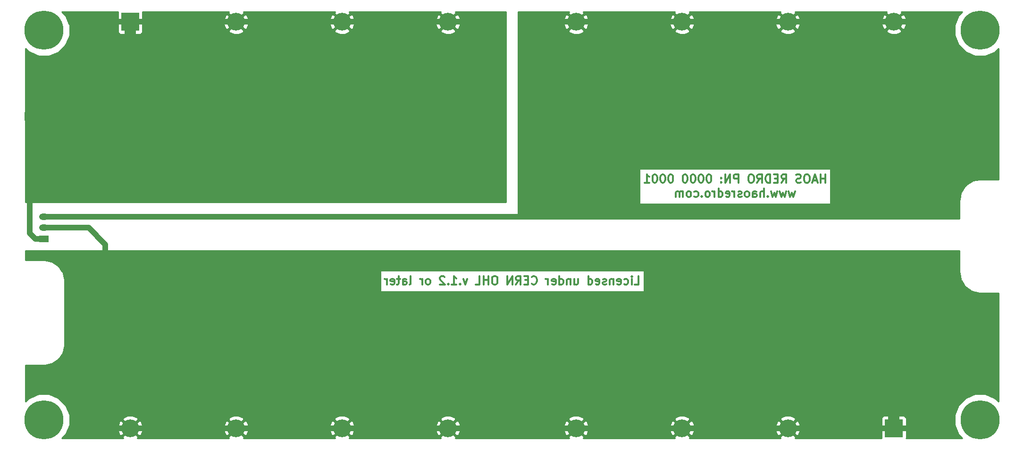
<source format=gbr>
G04 #@! TF.FileFunction,Copper,L2,Bot,Signal*
%FSLAX46Y46*%
G04 Gerber Fmt 4.6, Leading zero omitted, Abs format (unit mm)*
G04 Created by KiCad (PCBNEW 4.0.6) date 04/26/18 16:11:40*
%MOMM*%
%LPD*%
G01*
G04 APERTURE LIST*
%ADD10C,0.100000*%
%ADD11C,0.300000*%
%ADD12R,3.200000X3.200000*%
%ADD13C,3.200000*%
%ADD14R,1.700000X1.200000*%
%ADD15O,1.700000X1.200000*%
%ADD16C,7.000000*%
%ADD17C,2.000000*%
%ADD18C,1.000000*%
%ADD19C,0.254000*%
G04 APERTURE END LIST*
D10*
D11*
X169964285Y-110678571D02*
X170678571Y-110678571D01*
X170678571Y-109178571D01*
X169464285Y-110678571D02*
X169464285Y-109678571D01*
X169464285Y-109178571D02*
X169535714Y-109250000D01*
X169464285Y-109321429D01*
X169392857Y-109250000D01*
X169464285Y-109178571D01*
X169464285Y-109321429D01*
X168107142Y-110607143D02*
X168249999Y-110678571D01*
X168535713Y-110678571D01*
X168678571Y-110607143D01*
X168749999Y-110535714D01*
X168821428Y-110392857D01*
X168821428Y-109964286D01*
X168749999Y-109821429D01*
X168678571Y-109750000D01*
X168535713Y-109678571D01*
X168249999Y-109678571D01*
X168107142Y-109750000D01*
X166892857Y-110607143D02*
X167035714Y-110678571D01*
X167321428Y-110678571D01*
X167464285Y-110607143D01*
X167535714Y-110464286D01*
X167535714Y-109892857D01*
X167464285Y-109750000D01*
X167321428Y-109678571D01*
X167035714Y-109678571D01*
X166892857Y-109750000D01*
X166821428Y-109892857D01*
X166821428Y-110035714D01*
X167535714Y-110178571D01*
X166178571Y-109678571D02*
X166178571Y-110678571D01*
X166178571Y-109821429D02*
X166107143Y-109750000D01*
X165964285Y-109678571D01*
X165750000Y-109678571D01*
X165607143Y-109750000D01*
X165535714Y-109892857D01*
X165535714Y-110678571D01*
X164892857Y-110607143D02*
X164750000Y-110678571D01*
X164464285Y-110678571D01*
X164321428Y-110607143D01*
X164250000Y-110464286D01*
X164250000Y-110392857D01*
X164321428Y-110250000D01*
X164464285Y-110178571D01*
X164678571Y-110178571D01*
X164821428Y-110107143D01*
X164892857Y-109964286D01*
X164892857Y-109892857D01*
X164821428Y-109750000D01*
X164678571Y-109678571D01*
X164464285Y-109678571D01*
X164321428Y-109750000D01*
X163035714Y-110607143D02*
X163178571Y-110678571D01*
X163464285Y-110678571D01*
X163607142Y-110607143D01*
X163678571Y-110464286D01*
X163678571Y-109892857D01*
X163607142Y-109750000D01*
X163464285Y-109678571D01*
X163178571Y-109678571D01*
X163035714Y-109750000D01*
X162964285Y-109892857D01*
X162964285Y-110035714D01*
X163678571Y-110178571D01*
X161678571Y-110678571D02*
X161678571Y-109178571D01*
X161678571Y-110607143D02*
X161821428Y-110678571D01*
X162107142Y-110678571D01*
X162250000Y-110607143D01*
X162321428Y-110535714D01*
X162392857Y-110392857D01*
X162392857Y-109964286D01*
X162321428Y-109821429D01*
X162250000Y-109750000D01*
X162107142Y-109678571D01*
X161821428Y-109678571D01*
X161678571Y-109750000D01*
X159178571Y-109678571D02*
X159178571Y-110678571D01*
X159821428Y-109678571D02*
X159821428Y-110464286D01*
X159750000Y-110607143D01*
X159607142Y-110678571D01*
X159392857Y-110678571D01*
X159250000Y-110607143D01*
X159178571Y-110535714D01*
X158464285Y-109678571D02*
X158464285Y-110678571D01*
X158464285Y-109821429D02*
X158392857Y-109750000D01*
X158249999Y-109678571D01*
X158035714Y-109678571D01*
X157892857Y-109750000D01*
X157821428Y-109892857D01*
X157821428Y-110678571D01*
X156464285Y-110678571D02*
X156464285Y-109178571D01*
X156464285Y-110607143D02*
X156607142Y-110678571D01*
X156892856Y-110678571D01*
X157035714Y-110607143D01*
X157107142Y-110535714D01*
X157178571Y-110392857D01*
X157178571Y-109964286D01*
X157107142Y-109821429D01*
X157035714Y-109750000D01*
X156892856Y-109678571D01*
X156607142Y-109678571D01*
X156464285Y-109750000D01*
X155178571Y-110607143D02*
X155321428Y-110678571D01*
X155607142Y-110678571D01*
X155749999Y-110607143D01*
X155821428Y-110464286D01*
X155821428Y-109892857D01*
X155749999Y-109750000D01*
X155607142Y-109678571D01*
X155321428Y-109678571D01*
X155178571Y-109750000D01*
X155107142Y-109892857D01*
X155107142Y-110035714D01*
X155821428Y-110178571D01*
X154464285Y-110678571D02*
X154464285Y-109678571D01*
X154464285Y-109964286D02*
X154392857Y-109821429D01*
X154321428Y-109750000D01*
X154178571Y-109678571D01*
X154035714Y-109678571D01*
X151535714Y-110535714D02*
X151607143Y-110607143D01*
X151821429Y-110678571D01*
X151964286Y-110678571D01*
X152178571Y-110607143D01*
X152321429Y-110464286D01*
X152392857Y-110321429D01*
X152464286Y-110035714D01*
X152464286Y-109821429D01*
X152392857Y-109535714D01*
X152321429Y-109392857D01*
X152178571Y-109250000D01*
X151964286Y-109178571D01*
X151821429Y-109178571D01*
X151607143Y-109250000D01*
X151535714Y-109321429D01*
X150892857Y-109892857D02*
X150392857Y-109892857D01*
X150178571Y-110678571D02*
X150892857Y-110678571D01*
X150892857Y-109178571D01*
X150178571Y-109178571D01*
X148678571Y-110678571D02*
X149178571Y-109964286D01*
X149535714Y-110678571D02*
X149535714Y-109178571D01*
X148964286Y-109178571D01*
X148821428Y-109250000D01*
X148750000Y-109321429D01*
X148678571Y-109464286D01*
X148678571Y-109678571D01*
X148750000Y-109821429D01*
X148821428Y-109892857D01*
X148964286Y-109964286D01*
X149535714Y-109964286D01*
X148035714Y-110678571D02*
X148035714Y-109178571D01*
X147178571Y-110678571D01*
X147178571Y-109178571D01*
X145035714Y-109178571D02*
X144750000Y-109178571D01*
X144607142Y-109250000D01*
X144464285Y-109392857D01*
X144392857Y-109678571D01*
X144392857Y-110178571D01*
X144464285Y-110464286D01*
X144607142Y-110607143D01*
X144750000Y-110678571D01*
X145035714Y-110678571D01*
X145178571Y-110607143D01*
X145321428Y-110464286D01*
X145392857Y-110178571D01*
X145392857Y-109678571D01*
X145321428Y-109392857D01*
X145178571Y-109250000D01*
X145035714Y-109178571D01*
X143749999Y-110678571D02*
X143749999Y-109178571D01*
X143749999Y-109892857D02*
X142892856Y-109892857D01*
X142892856Y-110678571D02*
X142892856Y-109178571D01*
X141464284Y-110678571D02*
X142178570Y-110678571D01*
X142178570Y-109178571D01*
X139964284Y-109678571D02*
X139607141Y-110678571D01*
X139249999Y-109678571D01*
X138678570Y-110535714D02*
X138607142Y-110607143D01*
X138678570Y-110678571D01*
X138749999Y-110607143D01*
X138678570Y-110535714D01*
X138678570Y-110678571D01*
X137178570Y-110678571D02*
X138035713Y-110678571D01*
X137607141Y-110678571D02*
X137607141Y-109178571D01*
X137749998Y-109392857D01*
X137892856Y-109535714D01*
X138035713Y-109607143D01*
X136535713Y-110535714D02*
X136464285Y-110607143D01*
X136535713Y-110678571D01*
X136607142Y-110607143D01*
X136535713Y-110535714D01*
X136535713Y-110678571D01*
X135892856Y-109321429D02*
X135821427Y-109250000D01*
X135678570Y-109178571D01*
X135321427Y-109178571D01*
X135178570Y-109250000D01*
X135107141Y-109321429D01*
X135035713Y-109464286D01*
X135035713Y-109607143D01*
X135107141Y-109821429D01*
X135964284Y-110678571D01*
X135035713Y-110678571D01*
X133035713Y-110678571D02*
X133178571Y-110607143D01*
X133249999Y-110535714D01*
X133321428Y-110392857D01*
X133321428Y-109964286D01*
X133249999Y-109821429D01*
X133178571Y-109750000D01*
X133035713Y-109678571D01*
X132821428Y-109678571D01*
X132678571Y-109750000D01*
X132607142Y-109821429D01*
X132535713Y-109964286D01*
X132535713Y-110392857D01*
X132607142Y-110535714D01*
X132678571Y-110607143D01*
X132821428Y-110678571D01*
X133035713Y-110678571D01*
X131892856Y-110678571D02*
X131892856Y-109678571D01*
X131892856Y-109964286D02*
X131821428Y-109821429D01*
X131749999Y-109750000D01*
X131607142Y-109678571D01*
X131464285Y-109678571D01*
X129607142Y-110678571D02*
X129750000Y-110607143D01*
X129821428Y-110464286D01*
X129821428Y-109178571D01*
X128392857Y-110678571D02*
X128392857Y-109892857D01*
X128464286Y-109750000D01*
X128607143Y-109678571D01*
X128892857Y-109678571D01*
X129035714Y-109750000D01*
X128392857Y-110607143D02*
X128535714Y-110678571D01*
X128892857Y-110678571D01*
X129035714Y-110607143D01*
X129107143Y-110464286D01*
X129107143Y-110321429D01*
X129035714Y-110178571D01*
X128892857Y-110107143D01*
X128535714Y-110107143D01*
X128392857Y-110035714D01*
X127892857Y-109678571D02*
X127321428Y-109678571D01*
X127678571Y-109178571D02*
X127678571Y-110464286D01*
X127607143Y-110607143D01*
X127464285Y-110678571D01*
X127321428Y-110678571D01*
X126250000Y-110607143D02*
X126392857Y-110678571D01*
X126678571Y-110678571D01*
X126821428Y-110607143D01*
X126892857Y-110464286D01*
X126892857Y-109892857D01*
X126821428Y-109750000D01*
X126678571Y-109678571D01*
X126392857Y-109678571D01*
X126250000Y-109750000D01*
X126178571Y-109892857D01*
X126178571Y-110035714D01*
X126892857Y-110178571D01*
X125535714Y-110678571D02*
X125535714Y-109678571D01*
X125535714Y-109964286D02*
X125464286Y-109821429D01*
X125392857Y-109750000D01*
X125250000Y-109678571D01*
X125107143Y-109678571D01*
X204178570Y-92403571D02*
X204178570Y-90903571D01*
X204178570Y-91617857D02*
X203321427Y-91617857D01*
X203321427Y-92403571D02*
X203321427Y-90903571D01*
X202678570Y-91975000D02*
X201964284Y-91975000D01*
X202821427Y-92403571D02*
X202321427Y-90903571D01*
X201821427Y-92403571D01*
X201035713Y-90903571D02*
X200749999Y-90903571D01*
X200607141Y-90975000D01*
X200464284Y-91117857D01*
X200392856Y-91403571D01*
X200392856Y-91903571D01*
X200464284Y-92189286D01*
X200607141Y-92332143D01*
X200749999Y-92403571D01*
X201035713Y-92403571D01*
X201178570Y-92332143D01*
X201321427Y-92189286D01*
X201392856Y-91903571D01*
X201392856Y-91403571D01*
X201321427Y-91117857D01*
X201178570Y-90975000D01*
X201035713Y-90903571D01*
X199821427Y-92332143D02*
X199607141Y-92403571D01*
X199249998Y-92403571D01*
X199107141Y-92332143D01*
X199035712Y-92260714D01*
X198964284Y-92117857D01*
X198964284Y-91975000D01*
X199035712Y-91832143D01*
X199107141Y-91760714D01*
X199249998Y-91689286D01*
X199535712Y-91617857D01*
X199678570Y-91546429D01*
X199749998Y-91475000D01*
X199821427Y-91332143D01*
X199821427Y-91189286D01*
X199749998Y-91046429D01*
X199678570Y-90975000D01*
X199535712Y-90903571D01*
X199178570Y-90903571D01*
X198964284Y-90975000D01*
X196321427Y-92403571D02*
X196821427Y-91689286D01*
X197178570Y-92403571D02*
X197178570Y-90903571D01*
X196607142Y-90903571D01*
X196464284Y-90975000D01*
X196392856Y-91046429D01*
X196321427Y-91189286D01*
X196321427Y-91403571D01*
X196392856Y-91546429D01*
X196464284Y-91617857D01*
X196607142Y-91689286D01*
X197178570Y-91689286D01*
X195678570Y-91617857D02*
X195178570Y-91617857D01*
X194964284Y-92403571D02*
X195678570Y-92403571D01*
X195678570Y-90903571D01*
X194964284Y-90903571D01*
X194321427Y-92403571D02*
X194321427Y-90903571D01*
X193964284Y-90903571D01*
X193749999Y-90975000D01*
X193607141Y-91117857D01*
X193535713Y-91260714D01*
X193464284Y-91546429D01*
X193464284Y-91760714D01*
X193535713Y-92046429D01*
X193607141Y-92189286D01*
X193749999Y-92332143D01*
X193964284Y-92403571D01*
X194321427Y-92403571D01*
X191964284Y-92403571D02*
X192464284Y-91689286D01*
X192821427Y-92403571D02*
X192821427Y-90903571D01*
X192249999Y-90903571D01*
X192107141Y-90975000D01*
X192035713Y-91046429D01*
X191964284Y-91189286D01*
X191964284Y-91403571D01*
X192035713Y-91546429D01*
X192107141Y-91617857D01*
X192249999Y-91689286D01*
X192821427Y-91689286D01*
X191035713Y-90903571D02*
X190749999Y-90903571D01*
X190607141Y-90975000D01*
X190464284Y-91117857D01*
X190392856Y-91403571D01*
X190392856Y-91903571D01*
X190464284Y-92189286D01*
X190607141Y-92332143D01*
X190749999Y-92403571D01*
X191035713Y-92403571D01*
X191178570Y-92332143D01*
X191321427Y-92189286D01*
X191392856Y-91903571D01*
X191392856Y-91403571D01*
X191321427Y-91117857D01*
X191178570Y-90975000D01*
X191035713Y-90903571D01*
X188607141Y-92403571D02*
X188607141Y-90903571D01*
X188035713Y-90903571D01*
X187892855Y-90975000D01*
X187821427Y-91046429D01*
X187749998Y-91189286D01*
X187749998Y-91403571D01*
X187821427Y-91546429D01*
X187892855Y-91617857D01*
X188035713Y-91689286D01*
X188607141Y-91689286D01*
X187107141Y-92403571D02*
X187107141Y-90903571D01*
X186249998Y-92403571D01*
X186249998Y-90903571D01*
X185535712Y-92260714D02*
X185464284Y-92332143D01*
X185535712Y-92403571D01*
X185607141Y-92332143D01*
X185535712Y-92260714D01*
X185535712Y-92403571D01*
X185535712Y-91475000D02*
X185464284Y-91546429D01*
X185535712Y-91617857D01*
X185607141Y-91546429D01*
X185535712Y-91475000D01*
X185535712Y-91617857D01*
X183392855Y-90903571D02*
X183249998Y-90903571D01*
X183107141Y-90975000D01*
X183035712Y-91046429D01*
X182964283Y-91189286D01*
X182892855Y-91475000D01*
X182892855Y-91832143D01*
X182964283Y-92117857D01*
X183035712Y-92260714D01*
X183107141Y-92332143D01*
X183249998Y-92403571D01*
X183392855Y-92403571D01*
X183535712Y-92332143D01*
X183607141Y-92260714D01*
X183678569Y-92117857D01*
X183749998Y-91832143D01*
X183749998Y-91475000D01*
X183678569Y-91189286D01*
X183607141Y-91046429D01*
X183535712Y-90975000D01*
X183392855Y-90903571D01*
X181964284Y-90903571D02*
X181821427Y-90903571D01*
X181678570Y-90975000D01*
X181607141Y-91046429D01*
X181535712Y-91189286D01*
X181464284Y-91475000D01*
X181464284Y-91832143D01*
X181535712Y-92117857D01*
X181607141Y-92260714D01*
X181678570Y-92332143D01*
X181821427Y-92403571D01*
X181964284Y-92403571D01*
X182107141Y-92332143D01*
X182178570Y-92260714D01*
X182249998Y-92117857D01*
X182321427Y-91832143D01*
X182321427Y-91475000D01*
X182249998Y-91189286D01*
X182178570Y-91046429D01*
X182107141Y-90975000D01*
X181964284Y-90903571D01*
X180535713Y-90903571D02*
X180392856Y-90903571D01*
X180249999Y-90975000D01*
X180178570Y-91046429D01*
X180107141Y-91189286D01*
X180035713Y-91475000D01*
X180035713Y-91832143D01*
X180107141Y-92117857D01*
X180178570Y-92260714D01*
X180249999Y-92332143D01*
X180392856Y-92403571D01*
X180535713Y-92403571D01*
X180678570Y-92332143D01*
X180749999Y-92260714D01*
X180821427Y-92117857D01*
X180892856Y-91832143D01*
X180892856Y-91475000D01*
X180821427Y-91189286D01*
X180749999Y-91046429D01*
X180678570Y-90975000D01*
X180535713Y-90903571D01*
X179107142Y-90903571D02*
X178964285Y-90903571D01*
X178821428Y-90975000D01*
X178749999Y-91046429D01*
X178678570Y-91189286D01*
X178607142Y-91475000D01*
X178607142Y-91832143D01*
X178678570Y-92117857D01*
X178749999Y-92260714D01*
X178821428Y-92332143D01*
X178964285Y-92403571D01*
X179107142Y-92403571D01*
X179249999Y-92332143D01*
X179321428Y-92260714D01*
X179392856Y-92117857D01*
X179464285Y-91832143D01*
X179464285Y-91475000D01*
X179392856Y-91189286D01*
X179321428Y-91046429D01*
X179249999Y-90975000D01*
X179107142Y-90903571D01*
X176535714Y-90903571D02*
X176392857Y-90903571D01*
X176250000Y-90975000D01*
X176178571Y-91046429D01*
X176107142Y-91189286D01*
X176035714Y-91475000D01*
X176035714Y-91832143D01*
X176107142Y-92117857D01*
X176178571Y-92260714D01*
X176250000Y-92332143D01*
X176392857Y-92403571D01*
X176535714Y-92403571D01*
X176678571Y-92332143D01*
X176750000Y-92260714D01*
X176821428Y-92117857D01*
X176892857Y-91832143D01*
X176892857Y-91475000D01*
X176821428Y-91189286D01*
X176750000Y-91046429D01*
X176678571Y-90975000D01*
X176535714Y-90903571D01*
X175107143Y-90903571D02*
X174964286Y-90903571D01*
X174821429Y-90975000D01*
X174750000Y-91046429D01*
X174678571Y-91189286D01*
X174607143Y-91475000D01*
X174607143Y-91832143D01*
X174678571Y-92117857D01*
X174750000Y-92260714D01*
X174821429Y-92332143D01*
X174964286Y-92403571D01*
X175107143Y-92403571D01*
X175250000Y-92332143D01*
X175321429Y-92260714D01*
X175392857Y-92117857D01*
X175464286Y-91832143D01*
X175464286Y-91475000D01*
X175392857Y-91189286D01*
X175321429Y-91046429D01*
X175250000Y-90975000D01*
X175107143Y-90903571D01*
X173678572Y-90903571D02*
X173535715Y-90903571D01*
X173392858Y-90975000D01*
X173321429Y-91046429D01*
X173250000Y-91189286D01*
X173178572Y-91475000D01*
X173178572Y-91832143D01*
X173250000Y-92117857D01*
X173321429Y-92260714D01*
X173392858Y-92332143D01*
X173535715Y-92403571D01*
X173678572Y-92403571D01*
X173821429Y-92332143D01*
X173892858Y-92260714D01*
X173964286Y-92117857D01*
X174035715Y-91832143D01*
X174035715Y-91475000D01*
X173964286Y-91189286D01*
X173892858Y-91046429D01*
X173821429Y-90975000D01*
X173678572Y-90903571D01*
X171750001Y-92403571D02*
X172607144Y-92403571D01*
X172178572Y-92403571D02*
X172178572Y-90903571D01*
X172321429Y-91117857D01*
X172464287Y-91260714D01*
X172607144Y-91332143D01*
X198750000Y-93953571D02*
X198464286Y-94953571D01*
X198178572Y-94239286D01*
X197892857Y-94953571D01*
X197607143Y-93953571D01*
X197178571Y-93953571D02*
X196892857Y-94953571D01*
X196607143Y-94239286D01*
X196321428Y-94953571D01*
X196035714Y-93953571D01*
X195607142Y-93953571D02*
X195321428Y-94953571D01*
X195035714Y-94239286D01*
X194749999Y-94953571D01*
X194464285Y-93953571D01*
X193892856Y-94810714D02*
X193821428Y-94882143D01*
X193892856Y-94953571D01*
X193964285Y-94882143D01*
X193892856Y-94810714D01*
X193892856Y-94953571D01*
X193178570Y-94953571D02*
X193178570Y-93453571D01*
X192535713Y-94953571D02*
X192535713Y-94167857D01*
X192607142Y-94025000D01*
X192749999Y-93953571D01*
X192964284Y-93953571D01*
X193107142Y-94025000D01*
X193178570Y-94096429D01*
X191178570Y-94953571D02*
X191178570Y-94167857D01*
X191249999Y-94025000D01*
X191392856Y-93953571D01*
X191678570Y-93953571D01*
X191821427Y-94025000D01*
X191178570Y-94882143D02*
X191321427Y-94953571D01*
X191678570Y-94953571D01*
X191821427Y-94882143D01*
X191892856Y-94739286D01*
X191892856Y-94596429D01*
X191821427Y-94453571D01*
X191678570Y-94382143D01*
X191321427Y-94382143D01*
X191178570Y-94310714D01*
X190249998Y-94953571D02*
X190392856Y-94882143D01*
X190464284Y-94810714D01*
X190535713Y-94667857D01*
X190535713Y-94239286D01*
X190464284Y-94096429D01*
X190392856Y-94025000D01*
X190249998Y-93953571D01*
X190035713Y-93953571D01*
X189892856Y-94025000D01*
X189821427Y-94096429D01*
X189749998Y-94239286D01*
X189749998Y-94667857D01*
X189821427Y-94810714D01*
X189892856Y-94882143D01*
X190035713Y-94953571D01*
X190249998Y-94953571D01*
X189178570Y-94882143D02*
X189035713Y-94953571D01*
X188749998Y-94953571D01*
X188607141Y-94882143D01*
X188535713Y-94739286D01*
X188535713Y-94667857D01*
X188607141Y-94525000D01*
X188749998Y-94453571D01*
X188964284Y-94453571D01*
X189107141Y-94382143D01*
X189178570Y-94239286D01*
X189178570Y-94167857D01*
X189107141Y-94025000D01*
X188964284Y-93953571D01*
X188749998Y-93953571D01*
X188607141Y-94025000D01*
X187892855Y-94953571D02*
X187892855Y-93953571D01*
X187892855Y-94239286D02*
X187821427Y-94096429D01*
X187749998Y-94025000D01*
X187607141Y-93953571D01*
X187464284Y-93953571D01*
X186392856Y-94882143D02*
X186535713Y-94953571D01*
X186821427Y-94953571D01*
X186964284Y-94882143D01*
X187035713Y-94739286D01*
X187035713Y-94167857D01*
X186964284Y-94025000D01*
X186821427Y-93953571D01*
X186535713Y-93953571D01*
X186392856Y-94025000D01*
X186321427Y-94167857D01*
X186321427Y-94310714D01*
X187035713Y-94453571D01*
X185035713Y-94953571D02*
X185035713Y-93453571D01*
X185035713Y-94882143D02*
X185178570Y-94953571D01*
X185464284Y-94953571D01*
X185607142Y-94882143D01*
X185678570Y-94810714D01*
X185749999Y-94667857D01*
X185749999Y-94239286D01*
X185678570Y-94096429D01*
X185607142Y-94025000D01*
X185464284Y-93953571D01*
X185178570Y-93953571D01*
X185035713Y-94025000D01*
X184321427Y-94953571D02*
X184321427Y-93953571D01*
X184321427Y-94239286D02*
X184249999Y-94096429D01*
X184178570Y-94025000D01*
X184035713Y-93953571D01*
X183892856Y-93953571D01*
X183178570Y-94953571D02*
X183321428Y-94882143D01*
X183392856Y-94810714D01*
X183464285Y-94667857D01*
X183464285Y-94239286D01*
X183392856Y-94096429D01*
X183321428Y-94025000D01*
X183178570Y-93953571D01*
X182964285Y-93953571D01*
X182821428Y-94025000D01*
X182749999Y-94096429D01*
X182678570Y-94239286D01*
X182678570Y-94667857D01*
X182749999Y-94810714D01*
X182821428Y-94882143D01*
X182964285Y-94953571D01*
X183178570Y-94953571D01*
X182035713Y-94810714D02*
X181964285Y-94882143D01*
X182035713Y-94953571D01*
X182107142Y-94882143D01*
X182035713Y-94810714D01*
X182035713Y-94953571D01*
X180678570Y-94882143D02*
X180821427Y-94953571D01*
X181107141Y-94953571D01*
X181249999Y-94882143D01*
X181321427Y-94810714D01*
X181392856Y-94667857D01*
X181392856Y-94239286D01*
X181321427Y-94096429D01*
X181249999Y-94025000D01*
X181107141Y-93953571D01*
X180821427Y-93953571D01*
X180678570Y-94025000D01*
X179821427Y-94953571D02*
X179964285Y-94882143D01*
X180035713Y-94810714D01*
X180107142Y-94667857D01*
X180107142Y-94239286D01*
X180035713Y-94096429D01*
X179964285Y-94025000D01*
X179821427Y-93953571D01*
X179607142Y-93953571D01*
X179464285Y-94025000D01*
X179392856Y-94096429D01*
X179321427Y-94239286D01*
X179321427Y-94667857D01*
X179392856Y-94810714D01*
X179464285Y-94882143D01*
X179607142Y-94953571D01*
X179821427Y-94953571D01*
X178678570Y-94953571D02*
X178678570Y-93953571D01*
X178678570Y-94096429D02*
X178607142Y-94025000D01*
X178464284Y-93953571D01*
X178249999Y-93953571D01*
X178107142Y-94025000D01*
X178035713Y-94167857D01*
X178035713Y-94953571D01*
X178035713Y-94167857D02*
X177964284Y-94025000D01*
X177821427Y-93953571D01*
X177607142Y-93953571D01*
X177464284Y-94025000D01*
X177392856Y-94167857D01*
X177392856Y-94953571D01*
D12*
X216500000Y-136500000D03*
D13*
X197500000Y-136500000D03*
X178500000Y-136500000D03*
X159500000Y-136500000D03*
X216500000Y-63500000D03*
X197500000Y-63500000D03*
X178500000Y-63500000D03*
X159500000Y-63500000D03*
D14*
X64000000Y-102500000D03*
D15*
X64000000Y-100500000D03*
X64000000Y-98500000D03*
D12*
X79500000Y-63500000D03*
D13*
X98500000Y-63500000D03*
X117500000Y-63500000D03*
X136500000Y-63500000D03*
X79500000Y-136500000D03*
X98500000Y-136500000D03*
X117500000Y-136500000D03*
X136500000Y-136500000D03*
D16*
X64000000Y-80500000D03*
X232000000Y-80500000D03*
X64000000Y-65000000D03*
X64000000Y-135000000D03*
X232000000Y-65000000D03*
X232000000Y-135000000D03*
D17*
X79500000Y-63500000D02*
X79500000Y-67500000D01*
D18*
X64000000Y-102500000D02*
X62500000Y-102500000D01*
X75000000Y-63500000D02*
X78500000Y-63500000D01*
X75000000Y-90000000D02*
X75000000Y-63500000D01*
X72000000Y-93000000D02*
X75000000Y-90000000D01*
X63500000Y-93000000D02*
X72000000Y-93000000D01*
X61500000Y-95000000D02*
X63500000Y-93000000D01*
X61500000Y-101500000D02*
X61500000Y-95000000D01*
X62500000Y-102500000D02*
X61500000Y-101500000D01*
X78500000Y-63500000D02*
X98000000Y-63500000D01*
X98000000Y-63500000D02*
X118000000Y-63500000D01*
X118000000Y-63500000D02*
X137500000Y-63500000D01*
X137500000Y-63500000D02*
X142500000Y-63500000D01*
D17*
X216500000Y-136500000D02*
X216500000Y-132500000D01*
D18*
X64000000Y-100500000D02*
X72000000Y-100500000D01*
X75000000Y-136500000D02*
X78500000Y-136500000D01*
X75000000Y-103500000D02*
X75000000Y-136500000D01*
X72000000Y-100500000D02*
X75000000Y-103500000D01*
X78500000Y-136500000D02*
X98000000Y-136500000D01*
X98000000Y-136500000D02*
X118000000Y-136500000D01*
X118000000Y-136500000D02*
X137500000Y-136500000D01*
X137500000Y-136500000D02*
X158500000Y-136500000D01*
X158500000Y-136500000D02*
X178000000Y-136500000D01*
X178000000Y-136500000D02*
X198000000Y-136500000D01*
X198000000Y-136500000D02*
X217500000Y-136500000D01*
X217500000Y-136500000D02*
X221500000Y-136500000D01*
X64000000Y-98500000D02*
X150500000Y-98500000D01*
X155500000Y-63500000D02*
X178000000Y-63500000D01*
X154000000Y-65000000D02*
X155500000Y-63500000D01*
X154000000Y-95000000D02*
X154000000Y-65000000D01*
X150500000Y-98500000D02*
X154000000Y-95000000D01*
X178000000Y-63500000D02*
X198000000Y-63500000D01*
X198000000Y-63500000D02*
X217500000Y-63500000D01*
X217500000Y-63500000D02*
X221500000Y-63500000D01*
D19*
G36*
X77265000Y-61773690D02*
X77265000Y-63214250D01*
X77423750Y-63373000D01*
X79373000Y-63373000D01*
X79373000Y-63353000D01*
X79627000Y-63353000D01*
X79627000Y-63373000D01*
X81576250Y-63373000D01*
X81735000Y-63214250D01*
X81735000Y-63092346D01*
X96257974Y-63092346D01*
X96272635Y-63981363D01*
X96584640Y-64734610D01*
X96913798Y-64906597D01*
X98320395Y-63500000D01*
X98679605Y-63500000D01*
X100086202Y-64906597D01*
X100415360Y-64734610D01*
X100742026Y-63907654D01*
X100728581Y-63092346D01*
X115257974Y-63092346D01*
X115272635Y-63981363D01*
X115584640Y-64734610D01*
X115913798Y-64906597D01*
X117320395Y-63500000D01*
X117679605Y-63500000D01*
X119086202Y-64906597D01*
X119415360Y-64734610D01*
X119742026Y-63907654D01*
X119728581Y-63092346D01*
X134257974Y-63092346D01*
X134272635Y-63981363D01*
X134584640Y-64734610D01*
X134913798Y-64906597D01*
X136320395Y-63500000D01*
X136679605Y-63500000D01*
X138086202Y-64906597D01*
X138415360Y-64734610D01*
X138742026Y-63907654D01*
X138727365Y-63018637D01*
X138415360Y-62265390D01*
X138086202Y-62093403D01*
X136679605Y-63500000D01*
X136320395Y-63500000D01*
X134913798Y-62093403D01*
X134584640Y-62265390D01*
X134257974Y-63092346D01*
X119728581Y-63092346D01*
X119727365Y-63018637D01*
X119415360Y-62265390D01*
X119086202Y-62093403D01*
X117679605Y-63500000D01*
X117320395Y-63500000D01*
X115913798Y-62093403D01*
X115584640Y-62265390D01*
X115257974Y-63092346D01*
X100728581Y-63092346D01*
X100727365Y-63018637D01*
X100415360Y-62265390D01*
X100086202Y-62093403D01*
X98679605Y-63500000D01*
X98320395Y-63500000D01*
X96913798Y-62093403D01*
X96584640Y-62265390D01*
X96257974Y-63092346D01*
X81735000Y-63092346D01*
X81735000Y-61773690D01*
X81708619Y-61710000D01*
X97199889Y-61710000D01*
X97093403Y-61913798D01*
X98500000Y-63320395D01*
X99906597Y-61913798D01*
X99800111Y-61710000D01*
X116199889Y-61710000D01*
X116093403Y-61913798D01*
X117500000Y-63320395D01*
X118906597Y-61913798D01*
X118800111Y-61710000D01*
X135199889Y-61710000D01*
X135093403Y-61913798D01*
X136500000Y-63320395D01*
X137906597Y-61913798D01*
X137800111Y-61710000D01*
X146873000Y-61710000D01*
X146873000Y-95873000D01*
X60710000Y-95873000D01*
X60710000Y-68253537D01*
X61375593Y-68920292D01*
X63075595Y-69626195D01*
X64916329Y-69627801D01*
X66617561Y-68924867D01*
X67920292Y-67624407D01*
X68626195Y-65924405D01*
X68627801Y-64083671D01*
X68504703Y-63785750D01*
X77265000Y-63785750D01*
X77265000Y-65226310D01*
X77361673Y-65459699D01*
X77540302Y-65638327D01*
X77773691Y-65735000D01*
X79214250Y-65735000D01*
X79373000Y-65576250D01*
X79373000Y-63627000D01*
X79627000Y-63627000D01*
X79627000Y-65576250D01*
X79785750Y-65735000D01*
X81226309Y-65735000D01*
X81459698Y-65638327D01*
X81638327Y-65459699D01*
X81735000Y-65226310D01*
X81735000Y-65086202D01*
X97093403Y-65086202D01*
X97265390Y-65415360D01*
X98092346Y-65742026D01*
X98981363Y-65727365D01*
X99734610Y-65415360D01*
X99906597Y-65086202D01*
X116093403Y-65086202D01*
X116265390Y-65415360D01*
X117092346Y-65742026D01*
X117981363Y-65727365D01*
X118734610Y-65415360D01*
X118906597Y-65086202D01*
X135093403Y-65086202D01*
X135265390Y-65415360D01*
X136092346Y-65742026D01*
X136981363Y-65727365D01*
X137734610Y-65415360D01*
X137906597Y-65086202D01*
X136500000Y-63679605D01*
X135093403Y-65086202D01*
X118906597Y-65086202D01*
X117500000Y-63679605D01*
X116093403Y-65086202D01*
X99906597Y-65086202D01*
X98500000Y-63679605D01*
X97093403Y-65086202D01*
X81735000Y-65086202D01*
X81735000Y-63785750D01*
X81576250Y-63627000D01*
X79627000Y-63627000D01*
X79373000Y-63627000D01*
X77423750Y-63627000D01*
X77265000Y-63785750D01*
X68504703Y-63785750D01*
X67924867Y-62382439D01*
X67253600Y-61710000D01*
X77291381Y-61710000D01*
X77265000Y-61773690D01*
X77265000Y-61773690D01*
G37*
X77265000Y-61773690D02*
X77265000Y-63214250D01*
X77423750Y-63373000D01*
X79373000Y-63373000D01*
X79373000Y-63353000D01*
X79627000Y-63353000D01*
X79627000Y-63373000D01*
X81576250Y-63373000D01*
X81735000Y-63214250D01*
X81735000Y-63092346D01*
X96257974Y-63092346D01*
X96272635Y-63981363D01*
X96584640Y-64734610D01*
X96913798Y-64906597D01*
X98320395Y-63500000D01*
X98679605Y-63500000D01*
X100086202Y-64906597D01*
X100415360Y-64734610D01*
X100742026Y-63907654D01*
X100728581Y-63092346D01*
X115257974Y-63092346D01*
X115272635Y-63981363D01*
X115584640Y-64734610D01*
X115913798Y-64906597D01*
X117320395Y-63500000D01*
X117679605Y-63500000D01*
X119086202Y-64906597D01*
X119415360Y-64734610D01*
X119742026Y-63907654D01*
X119728581Y-63092346D01*
X134257974Y-63092346D01*
X134272635Y-63981363D01*
X134584640Y-64734610D01*
X134913798Y-64906597D01*
X136320395Y-63500000D01*
X136679605Y-63500000D01*
X138086202Y-64906597D01*
X138415360Y-64734610D01*
X138742026Y-63907654D01*
X138727365Y-63018637D01*
X138415360Y-62265390D01*
X138086202Y-62093403D01*
X136679605Y-63500000D01*
X136320395Y-63500000D01*
X134913798Y-62093403D01*
X134584640Y-62265390D01*
X134257974Y-63092346D01*
X119728581Y-63092346D01*
X119727365Y-63018637D01*
X119415360Y-62265390D01*
X119086202Y-62093403D01*
X117679605Y-63500000D01*
X117320395Y-63500000D01*
X115913798Y-62093403D01*
X115584640Y-62265390D01*
X115257974Y-63092346D01*
X100728581Y-63092346D01*
X100727365Y-63018637D01*
X100415360Y-62265390D01*
X100086202Y-62093403D01*
X98679605Y-63500000D01*
X98320395Y-63500000D01*
X96913798Y-62093403D01*
X96584640Y-62265390D01*
X96257974Y-63092346D01*
X81735000Y-63092346D01*
X81735000Y-61773690D01*
X81708619Y-61710000D01*
X97199889Y-61710000D01*
X97093403Y-61913798D01*
X98500000Y-63320395D01*
X99906597Y-61913798D01*
X99800111Y-61710000D01*
X116199889Y-61710000D01*
X116093403Y-61913798D01*
X117500000Y-63320395D01*
X118906597Y-61913798D01*
X118800111Y-61710000D01*
X135199889Y-61710000D01*
X135093403Y-61913798D01*
X136500000Y-63320395D01*
X137906597Y-61913798D01*
X137800111Y-61710000D01*
X146873000Y-61710000D01*
X146873000Y-95873000D01*
X60710000Y-95873000D01*
X60710000Y-68253537D01*
X61375593Y-68920292D01*
X63075595Y-69626195D01*
X64916329Y-69627801D01*
X66617561Y-68924867D01*
X67920292Y-67624407D01*
X68626195Y-65924405D01*
X68627801Y-64083671D01*
X68504703Y-63785750D01*
X77265000Y-63785750D01*
X77265000Y-65226310D01*
X77361673Y-65459699D01*
X77540302Y-65638327D01*
X77773691Y-65735000D01*
X79214250Y-65735000D01*
X79373000Y-65576250D01*
X79373000Y-63627000D01*
X79627000Y-63627000D01*
X79627000Y-65576250D01*
X79785750Y-65735000D01*
X81226309Y-65735000D01*
X81459698Y-65638327D01*
X81638327Y-65459699D01*
X81735000Y-65226310D01*
X81735000Y-65086202D01*
X97093403Y-65086202D01*
X97265390Y-65415360D01*
X98092346Y-65742026D01*
X98981363Y-65727365D01*
X99734610Y-65415360D01*
X99906597Y-65086202D01*
X116093403Y-65086202D01*
X116265390Y-65415360D01*
X117092346Y-65742026D01*
X117981363Y-65727365D01*
X118734610Y-65415360D01*
X118906597Y-65086202D01*
X135093403Y-65086202D01*
X135265390Y-65415360D01*
X136092346Y-65742026D01*
X136981363Y-65727365D01*
X137734610Y-65415360D01*
X137906597Y-65086202D01*
X136500000Y-63679605D01*
X135093403Y-65086202D01*
X118906597Y-65086202D01*
X117500000Y-63679605D01*
X116093403Y-65086202D01*
X99906597Y-65086202D01*
X98500000Y-63679605D01*
X97093403Y-65086202D01*
X81735000Y-65086202D01*
X81735000Y-63785750D01*
X81576250Y-63627000D01*
X79627000Y-63627000D01*
X79373000Y-63627000D01*
X77423750Y-63627000D01*
X77265000Y-63785750D01*
X68504703Y-63785750D01*
X67924867Y-62382439D01*
X67253600Y-61710000D01*
X77291381Y-61710000D01*
X77265000Y-61773690D01*
G36*
X228290000Y-108500000D02*
X228303642Y-108568584D01*
X228303642Y-108638514D01*
X228532003Y-109786564D01*
X228620412Y-110000000D01*
X228638018Y-110042505D01*
X229288337Y-111015775D01*
X229484225Y-111211663D01*
X230457495Y-111861982D01*
X230535889Y-111894454D01*
X230713436Y-111967997D01*
X231861487Y-112196358D01*
X231931416Y-112196358D01*
X232000000Y-112210000D01*
X235290000Y-112210000D01*
X235290000Y-131746463D01*
X234624407Y-131079708D01*
X232924405Y-130373805D01*
X231083671Y-130372199D01*
X229382439Y-131075133D01*
X228079708Y-132375593D01*
X227373805Y-134075595D01*
X227372199Y-135916329D01*
X228075133Y-137617561D01*
X228746400Y-138290000D01*
X218708619Y-138290000D01*
X218735000Y-138226310D01*
X218735000Y-136785750D01*
X218576250Y-136627000D01*
X216627000Y-136627000D01*
X216627000Y-136647000D01*
X216373000Y-136647000D01*
X216373000Y-136627000D01*
X214423750Y-136627000D01*
X214265000Y-136785750D01*
X214265000Y-138226310D01*
X214291381Y-138290000D01*
X198800111Y-138290000D01*
X198906597Y-138086202D01*
X197500000Y-136679605D01*
X196093403Y-138086202D01*
X196199889Y-138290000D01*
X179800111Y-138290000D01*
X179906597Y-138086202D01*
X178500000Y-136679605D01*
X177093403Y-138086202D01*
X177199889Y-138290000D01*
X160800111Y-138290000D01*
X160906597Y-138086202D01*
X159500000Y-136679605D01*
X158093403Y-138086202D01*
X158199889Y-138290000D01*
X137800111Y-138290000D01*
X137906597Y-138086202D01*
X136500000Y-136679605D01*
X135093403Y-138086202D01*
X135199889Y-138290000D01*
X118800111Y-138290000D01*
X118906597Y-138086202D01*
X117500000Y-136679605D01*
X116093403Y-138086202D01*
X116199889Y-138290000D01*
X99800111Y-138290000D01*
X99906597Y-138086202D01*
X98500000Y-136679605D01*
X97093403Y-138086202D01*
X97199889Y-138290000D01*
X80800111Y-138290000D01*
X80906597Y-138086202D01*
X79500000Y-136679605D01*
X78093403Y-138086202D01*
X78199889Y-138290000D01*
X67253537Y-138290000D01*
X67920292Y-137624407D01*
X68556459Y-136092346D01*
X77257974Y-136092346D01*
X77272635Y-136981363D01*
X77584640Y-137734610D01*
X77913798Y-137906597D01*
X79320395Y-136500000D01*
X79679605Y-136500000D01*
X81086202Y-137906597D01*
X81415360Y-137734610D01*
X81742026Y-136907654D01*
X81728581Y-136092346D01*
X96257974Y-136092346D01*
X96272635Y-136981363D01*
X96584640Y-137734610D01*
X96913798Y-137906597D01*
X98320395Y-136500000D01*
X98679605Y-136500000D01*
X100086202Y-137906597D01*
X100415360Y-137734610D01*
X100742026Y-136907654D01*
X100728581Y-136092346D01*
X115257974Y-136092346D01*
X115272635Y-136981363D01*
X115584640Y-137734610D01*
X115913798Y-137906597D01*
X117320395Y-136500000D01*
X117679605Y-136500000D01*
X119086202Y-137906597D01*
X119415360Y-137734610D01*
X119742026Y-136907654D01*
X119728581Y-136092346D01*
X134257974Y-136092346D01*
X134272635Y-136981363D01*
X134584640Y-137734610D01*
X134913798Y-137906597D01*
X136320395Y-136500000D01*
X136679605Y-136500000D01*
X138086202Y-137906597D01*
X138415360Y-137734610D01*
X138742026Y-136907654D01*
X138728581Y-136092346D01*
X157257974Y-136092346D01*
X157272635Y-136981363D01*
X157584640Y-137734610D01*
X157913798Y-137906597D01*
X159320395Y-136500000D01*
X159679605Y-136500000D01*
X161086202Y-137906597D01*
X161415360Y-137734610D01*
X161742026Y-136907654D01*
X161728581Y-136092346D01*
X176257974Y-136092346D01*
X176272635Y-136981363D01*
X176584640Y-137734610D01*
X176913798Y-137906597D01*
X178320395Y-136500000D01*
X178679605Y-136500000D01*
X180086202Y-137906597D01*
X180415360Y-137734610D01*
X180742026Y-136907654D01*
X180728581Y-136092346D01*
X195257974Y-136092346D01*
X195272635Y-136981363D01*
X195584640Y-137734610D01*
X195913798Y-137906597D01*
X197320395Y-136500000D01*
X197679605Y-136500000D01*
X199086202Y-137906597D01*
X199415360Y-137734610D01*
X199742026Y-136907654D01*
X199727365Y-136018637D01*
X199415360Y-135265390D01*
X199086202Y-135093403D01*
X197679605Y-136500000D01*
X197320395Y-136500000D01*
X195913798Y-135093403D01*
X195584640Y-135265390D01*
X195257974Y-136092346D01*
X180728581Y-136092346D01*
X180727365Y-136018637D01*
X180415360Y-135265390D01*
X180086202Y-135093403D01*
X178679605Y-136500000D01*
X178320395Y-136500000D01*
X176913798Y-135093403D01*
X176584640Y-135265390D01*
X176257974Y-136092346D01*
X161728581Y-136092346D01*
X161727365Y-136018637D01*
X161415360Y-135265390D01*
X161086202Y-135093403D01*
X159679605Y-136500000D01*
X159320395Y-136500000D01*
X157913798Y-135093403D01*
X157584640Y-135265390D01*
X157257974Y-136092346D01*
X138728581Y-136092346D01*
X138727365Y-136018637D01*
X138415360Y-135265390D01*
X138086202Y-135093403D01*
X136679605Y-136500000D01*
X136320395Y-136500000D01*
X134913798Y-135093403D01*
X134584640Y-135265390D01*
X134257974Y-136092346D01*
X119728581Y-136092346D01*
X119727365Y-136018637D01*
X119415360Y-135265390D01*
X119086202Y-135093403D01*
X117679605Y-136500000D01*
X117320395Y-136500000D01*
X115913798Y-135093403D01*
X115584640Y-135265390D01*
X115257974Y-136092346D01*
X100728581Y-136092346D01*
X100727365Y-136018637D01*
X100415360Y-135265390D01*
X100086202Y-135093403D01*
X98679605Y-136500000D01*
X98320395Y-136500000D01*
X96913798Y-135093403D01*
X96584640Y-135265390D01*
X96257974Y-136092346D01*
X81728581Y-136092346D01*
X81727365Y-136018637D01*
X81415360Y-135265390D01*
X81086202Y-135093403D01*
X79679605Y-136500000D01*
X79320395Y-136500000D01*
X77913798Y-135093403D01*
X77584640Y-135265390D01*
X77257974Y-136092346D01*
X68556459Y-136092346D01*
X68626195Y-135924405D01*
X68627076Y-134913798D01*
X78093403Y-134913798D01*
X79500000Y-136320395D01*
X80906597Y-134913798D01*
X97093403Y-134913798D01*
X98500000Y-136320395D01*
X99906597Y-134913798D01*
X116093403Y-134913798D01*
X117500000Y-136320395D01*
X118906597Y-134913798D01*
X135093403Y-134913798D01*
X136500000Y-136320395D01*
X137906597Y-134913798D01*
X158093403Y-134913798D01*
X159500000Y-136320395D01*
X160906597Y-134913798D01*
X177093403Y-134913798D01*
X178500000Y-136320395D01*
X179906597Y-134913798D01*
X196093403Y-134913798D01*
X197500000Y-136320395D01*
X198906597Y-134913798D01*
X198833390Y-134773690D01*
X214265000Y-134773690D01*
X214265000Y-136214250D01*
X214423750Y-136373000D01*
X216373000Y-136373000D01*
X216373000Y-134423750D01*
X216627000Y-134423750D01*
X216627000Y-136373000D01*
X218576250Y-136373000D01*
X218735000Y-136214250D01*
X218735000Y-134773690D01*
X218638327Y-134540301D01*
X218459698Y-134361673D01*
X218226309Y-134265000D01*
X216785750Y-134265000D01*
X216627000Y-134423750D01*
X216373000Y-134423750D01*
X216214250Y-134265000D01*
X214773691Y-134265000D01*
X214540302Y-134361673D01*
X214361673Y-134540301D01*
X214265000Y-134773690D01*
X198833390Y-134773690D01*
X198734610Y-134584640D01*
X197907654Y-134257974D01*
X197018637Y-134272635D01*
X196265390Y-134584640D01*
X196093403Y-134913798D01*
X179906597Y-134913798D01*
X179734610Y-134584640D01*
X178907654Y-134257974D01*
X178018637Y-134272635D01*
X177265390Y-134584640D01*
X177093403Y-134913798D01*
X160906597Y-134913798D01*
X160734610Y-134584640D01*
X159907654Y-134257974D01*
X159018637Y-134272635D01*
X158265390Y-134584640D01*
X158093403Y-134913798D01*
X137906597Y-134913798D01*
X137734610Y-134584640D01*
X136907654Y-134257974D01*
X136018637Y-134272635D01*
X135265390Y-134584640D01*
X135093403Y-134913798D01*
X118906597Y-134913798D01*
X118734610Y-134584640D01*
X117907654Y-134257974D01*
X117018637Y-134272635D01*
X116265390Y-134584640D01*
X116093403Y-134913798D01*
X99906597Y-134913798D01*
X99734610Y-134584640D01*
X98907654Y-134257974D01*
X98018637Y-134272635D01*
X97265390Y-134584640D01*
X97093403Y-134913798D01*
X80906597Y-134913798D01*
X80734610Y-134584640D01*
X79907654Y-134257974D01*
X79018637Y-134272635D01*
X78265390Y-134584640D01*
X78093403Y-134913798D01*
X68627076Y-134913798D01*
X68627801Y-134083671D01*
X67924867Y-132382439D01*
X66624407Y-131079708D01*
X64924405Y-130373805D01*
X63083671Y-130372199D01*
X61382439Y-131075133D01*
X60710000Y-131746400D01*
X60710000Y-125210000D01*
X64000000Y-125210000D01*
X64068584Y-125196358D01*
X64138514Y-125196358D01*
X65286564Y-124967997D01*
X65542505Y-124861982D01*
X66515775Y-124211663D01*
X66711663Y-124015775D01*
X67361982Y-123042505D01*
X67410670Y-122924962D01*
X67467997Y-122786564D01*
X67696358Y-121638513D01*
X67696358Y-121568584D01*
X67710000Y-121500000D01*
X67710000Y-110000000D01*
X67696358Y-109931416D01*
X67696358Y-109861487D01*
X67467997Y-108713436D01*
X67361982Y-108457496D01*
X67361982Y-108457495D01*
X67166543Y-108165000D01*
X124329286Y-108165000D01*
X124329286Y-111985000D01*
X171670714Y-111985000D01*
X171670714Y-108165000D01*
X124329286Y-108165000D01*
X67166543Y-108165000D01*
X66711663Y-107484225D01*
X66515775Y-107288337D01*
X65542505Y-106638018D01*
X65286564Y-106532003D01*
X64138514Y-106303642D01*
X64068584Y-106303642D01*
X64000000Y-106290000D01*
X60710000Y-106290000D01*
X60710000Y-104627000D01*
X228290000Y-104627000D01*
X228290000Y-108500000D01*
X228290000Y-108500000D01*
G37*
X228290000Y-108500000D02*
X228303642Y-108568584D01*
X228303642Y-108638514D01*
X228532003Y-109786564D01*
X228620412Y-110000000D01*
X228638018Y-110042505D01*
X229288337Y-111015775D01*
X229484225Y-111211663D01*
X230457495Y-111861982D01*
X230535889Y-111894454D01*
X230713436Y-111967997D01*
X231861487Y-112196358D01*
X231931416Y-112196358D01*
X232000000Y-112210000D01*
X235290000Y-112210000D01*
X235290000Y-131746463D01*
X234624407Y-131079708D01*
X232924405Y-130373805D01*
X231083671Y-130372199D01*
X229382439Y-131075133D01*
X228079708Y-132375593D01*
X227373805Y-134075595D01*
X227372199Y-135916329D01*
X228075133Y-137617561D01*
X228746400Y-138290000D01*
X218708619Y-138290000D01*
X218735000Y-138226310D01*
X218735000Y-136785750D01*
X218576250Y-136627000D01*
X216627000Y-136627000D01*
X216627000Y-136647000D01*
X216373000Y-136647000D01*
X216373000Y-136627000D01*
X214423750Y-136627000D01*
X214265000Y-136785750D01*
X214265000Y-138226310D01*
X214291381Y-138290000D01*
X198800111Y-138290000D01*
X198906597Y-138086202D01*
X197500000Y-136679605D01*
X196093403Y-138086202D01*
X196199889Y-138290000D01*
X179800111Y-138290000D01*
X179906597Y-138086202D01*
X178500000Y-136679605D01*
X177093403Y-138086202D01*
X177199889Y-138290000D01*
X160800111Y-138290000D01*
X160906597Y-138086202D01*
X159500000Y-136679605D01*
X158093403Y-138086202D01*
X158199889Y-138290000D01*
X137800111Y-138290000D01*
X137906597Y-138086202D01*
X136500000Y-136679605D01*
X135093403Y-138086202D01*
X135199889Y-138290000D01*
X118800111Y-138290000D01*
X118906597Y-138086202D01*
X117500000Y-136679605D01*
X116093403Y-138086202D01*
X116199889Y-138290000D01*
X99800111Y-138290000D01*
X99906597Y-138086202D01*
X98500000Y-136679605D01*
X97093403Y-138086202D01*
X97199889Y-138290000D01*
X80800111Y-138290000D01*
X80906597Y-138086202D01*
X79500000Y-136679605D01*
X78093403Y-138086202D01*
X78199889Y-138290000D01*
X67253537Y-138290000D01*
X67920292Y-137624407D01*
X68556459Y-136092346D01*
X77257974Y-136092346D01*
X77272635Y-136981363D01*
X77584640Y-137734610D01*
X77913798Y-137906597D01*
X79320395Y-136500000D01*
X79679605Y-136500000D01*
X81086202Y-137906597D01*
X81415360Y-137734610D01*
X81742026Y-136907654D01*
X81728581Y-136092346D01*
X96257974Y-136092346D01*
X96272635Y-136981363D01*
X96584640Y-137734610D01*
X96913798Y-137906597D01*
X98320395Y-136500000D01*
X98679605Y-136500000D01*
X100086202Y-137906597D01*
X100415360Y-137734610D01*
X100742026Y-136907654D01*
X100728581Y-136092346D01*
X115257974Y-136092346D01*
X115272635Y-136981363D01*
X115584640Y-137734610D01*
X115913798Y-137906597D01*
X117320395Y-136500000D01*
X117679605Y-136500000D01*
X119086202Y-137906597D01*
X119415360Y-137734610D01*
X119742026Y-136907654D01*
X119728581Y-136092346D01*
X134257974Y-136092346D01*
X134272635Y-136981363D01*
X134584640Y-137734610D01*
X134913798Y-137906597D01*
X136320395Y-136500000D01*
X136679605Y-136500000D01*
X138086202Y-137906597D01*
X138415360Y-137734610D01*
X138742026Y-136907654D01*
X138728581Y-136092346D01*
X157257974Y-136092346D01*
X157272635Y-136981363D01*
X157584640Y-137734610D01*
X157913798Y-137906597D01*
X159320395Y-136500000D01*
X159679605Y-136500000D01*
X161086202Y-137906597D01*
X161415360Y-137734610D01*
X161742026Y-136907654D01*
X161728581Y-136092346D01*
X176257974Y-136092346D01*
X176272635Y-136981363D01*
X176584640Y-137734610D01*
X176913798Y-137906597D01*
X178320395Y-136500000D01*
X178679605Y-136500000D01*
X180086202Y-137906597D01*
X180415360Y-137734610D01*
X180742026Y-136907654D01*
X180728581Y-136092346D01*
X195257974Y-136092346D01*
X195272635Y-136981363D01*
X195584640Y-137734610D01*
X195913798Y-137906597D01*
X197320395Y-136500000D01*
X197679605Y-136500000D01*
X199086202Y-137906597D01*
X199415360Y-137734610D01*
X199742026Y-136907654D01*
X199727365Y-136018637D01*
X199415360Y-135265390D01*
X199086202Y-135093403D01*
X197679605Y-136500000D01*
X197320395Y-136500000D01*
X195913798Y-135093403D01*
X195584640Y-135265390D01*
X195257974Y-136092346D01*
X180728581Y-136092346D01*
X180727365Y-136018637D01*
X180415360Y-135265390D01*
X180086202Y-135093403D01*
X178679605Y-136500000D01*
X178320395Y-136500000D01*
X176913798Y-135093403D01*
X176584640Y-135265390D01*
X176257974Y-136092346D01*
X161728581Y-136092346D01*
X161727365Y-136018637D01*
X161415360Y-135265390D01*
X161086202Y-135093403D01*
X159679605Y-136500000D01*
X159320395Y-136500000D01*
X157913798Y-135093403D01*
X157584640Y-135265390D01*
X157257974Y-136092346D01*
X138728581Y-136092346D01*
X138727365Y-136018637D01*
X138415360Y-135265390D01*
X138086202Y-135093403D01*
X136679605Y-136500000D01*
X136320395Y-136500000D01*
X134913798Y-135093403D01*
X134584640Y-135265390D01*
X134257974Y-136092346D01*
X119728581Y-136092346D01*
X119727365Y-136018637D01*
X119415360Y-135265390D01*
X119086202Y-135093403D01*
X117679605Y-136500000D01*
X117320395Y-136500000D01*
X115913798Y-135093403D01*
X115584640Y-135265390D01*
X115257974Y-136092346D01*
X100728581Y-136092346D01*
X100727365Y-136018637D01*
X100415360Y-135265390D01*
X100086202Y-135093403D01*
X98679605Y-136500000D01*
X98320395Y-136500000D01*
X96913798Y-135093403D01*
X96584640Y-135265390D01*
X96257974Y-136092346D01*
X81728581Y-136092346D01*
X81727365Y-136018637D01*
X81415360Y-135265390D01*
X81086202Y-135093403D01*
X79679605Y-136500000D01*
X79320395Y-136500000D01*
X77913798Y-135093403D01*
X77584640Y-135265390D01*
X77257974Y-136092346D01*
X68556459Y-136092346D01*
X68626195Y-135924405D01*
X68627076Y-134913798D01*
X78093403Y-134913798D01*
X79500000Y-136320395D01*
X80906597Y-134913798D01*
X97093403Y-134913798D01*
X98500000Y-136320395D01*
X99906597Y-134913798D01*
X116093403Y-134913798D01*
X117500000Y-136320395D01*
X118906597Y-134913798D01*
X135093403Y-134913798D01*
X136500000Y-136320395D01*
X137906597Y-134913798D01*
X158093403Y-134913798D01*
X159500000Y-136320395D01*
X160906597Y-134913798D01*
X177093403Y-134913798D01*
X178500000Y-136320395D01*
X179906597Y-134913798D01*
X196093403Y-134913798D01*
X197500000Y-136320395D01*
X198906597Y-134913798D01*
X198833390Y-134773690D01*
X214265000Y-134773690D01*
X214265000Y-136214250D01*
X214423750Y-136373000D01*
X216373000Y-136373000D01*
X216373000Y-134423750D01*
X216627000Y-134423750D01*
X216627000Y-136373000D01*
X218576250Y-136373000D01*
X218735000Y-136214250D01*
X218735000Y-134773690D01*
X218638327Y-134540301D01*
X218459698Y-134361673D01*
X218226309Y-134265000D01*
X216785750Y-134265000D01*
X216627000Y-134423750D01*
X216373000Y-134423750D01*
X216214250Y-134265000D01*
X214773691Y-134265000D01*
X214540302Y-134361673D01*
X214361673Y-134540301D01*
X214265000Y-134773690D01*
X198833390Y-134773690D01*
X198734610Y-134584640D01*
X197907654Y-134257974D01*
X197018637Y-134272635D01*
X196265390Y-134584640D01*
X196093403Y-134913798D01*
X179906597Y-134913798D01*
X179734610Y-134584640D01*
X178907654Y-134257974D01*
X178018637Y-134272635D01*
X177265390Y-134584640D01*
X177093403Y-134913798D01*
X160906597Y-134913798D01*
X160734610Y-134584640D01*
X159907654Y-134257974D01*
X159018637Y-134272635D01*
X158265390Y-134584640D01*
X158093403Y-134913798D01*
X137906597Y-134913798D01*
X137734610Y-134584640D01*
X136907654Y-134257974D01*
X136018637Y-134272635D01*
X135265390Y-134584640D01*
X135093403Y-134913798D01*
X118906597Y-134913798D01*
X118734610Y-134584640D01*
X117907654Y-134257974D01*
X117018637Y-134272635D01*
X116265390Y-134584640D01*
X116093403Y-134913798D01*
X99906597Y-134913798D01*
X99734610Y-134584640D01*
X98907654Y-134257974D01*
X98018637Y-134272635D01*
X97265390Y-134584640D01*
X97093403Y-134913798D01*
X80906597Y-134913798D01*
X80734610Y-134584640D01*
X79907654Y-134257974D01*
X79018637Y-134272635D01*
X78265390Y-134584640D01*
X78093403Y-134913798D01*
X68627076Y-134913798D01*
X68627801Y-134083671D01*
X67924867Y-132382439D01*
X66624407Y-131079708D01*
X64924405Y-130373805D01*
X63083671Y-130372199D01*
X61382439Y-131075133D01*
X60710000Y-131746400D01*
X60710000Y-125210000D01*
X64000000Y-125210000D01*
X64068584Y-125196358D01*
X64138514Y-125196358D01*
X65286564Y-124967997D01*
X65542505Y-124861982D01*
X66515775Y-124211663D01*
X66711663Y-124015775D01*
X67361982Y-123042505D01*
X67410670Y-122924962D01*
X67467997Y-122786564D01*
X67696358Y-121638513D01*
X67696358Y-121568584D01*
X67710000Y-121500000D01*
X67710000Y-110000000D01*
X67696358Y-109931416D01*
X67696358Y-109861487D01*
X67467997Y-108713436D01*
X67361982Y-108457496D01*
X67361982Y-108457495D01*
X67166543Y-108165000D01*
X124329286Y-108165000D01*
X124329286Y-111985000D01*
X171670714Y-111985000D01*
X171670714Y-108165000D01*
X124329286Y-108165000D01*
X67166543Y-108165000D01*
X66711663Y-107484225D01*
X66515775Y-107288337D01*
X65542505Y-106638018D01*
X65286564Y-106532003D01*
X64138514Y-106303642D01*
X64068584Y-106303642D01*
X64000000Y-106290000D01*
X60710000Y-106290000D01*
X60710000Y-104627000D01*
X228290000Y-104627000D01*
X228290000Y-108500000D01*
G36*
X158093403Y-61913798D02*
X159500000Y-63320395D01*
X160906597Y-61913798D01*
X160800111Y-61710000D01*
X177199889Y-61710000D01*
X177093403Y-61913798D01*
X178500000Y-63320395D01*
X179906597Y-61913798D01*
X179800111Y-61710000D01*
X196199889Y-61710000D01*
X196093403Y-61913798D01*
X197500000Y-63320395D01*
X198906597Y-61913798D01*
X198800111Y-61710000D01*
X215199889Y-61710000D01*
X215093403Y-61913798D01*
X216500000Y-63320395D01*
X217906597Y-61913798D01*
X217800111Y-61710000D01*
X228746463Y-61710000D01*
X228079708Y-62375593D01*
X227373805Y-64075595D01*
X227372199Y-65916329D01*
X228075133Y-67617561D01*
X229375593Y-68920292D01*
X231075595Y-69626195D01*
X232916329Y-69627801D01*
X234617561Y-68924867D01*
X235290000Y-68253600D01*
X235290000Y-91790000D01*
X232000000Y-91790000D01*
X231931416Y-91803642D01*
X230713436Y-92032003D01*
X230563510Y-92094105D01*
X230457495Y-92138018D01*
X229484225Y-92788337D01*
X229288337Y-92984225D01*
X228638019Y-93957494D01*
X228638018Y-93957495D01*
X228532003Y-94213436D01*
X228303642Y-95361486D01*
X228303642Y-95431416D01*
X228290000Y-95500000D01*
X228290000Y-98873000D01*
X149127000Y-98873000D01*
X149127000Y-89890000D01*
X170829287Y-89890000D01*
X170829287Y-96260000D01*
X205170713Y-96260000D01*
X205170713Y-89890000D01*
X170829287Y-89890000D01*
X149127000Y-89890000D01*
X149127000Y-65086202D01*
X158093403Y-65086202D01*
X158265390Y-65415360D01*
X159092346Y-65742026D01*
X159981363Y-65727365D01*
X160734610Y-65415360D01*
X160906597Y-65086202D01*
X177093403Y-65086202D01*
X177265390Y-65415360D01*
X178092346Y-65742026D01*
X178981363Y-65727365D01*
X179734610Y-65415360D01*
X179906597Y-65086202D01*
X196093403Y-65086202D01*
X196265390Y-65415360D01*
X197092346Y-65742026D01*
X197981363Y-65727365D01*
X198734610Y-65415360D01*
X198906597Y-65086202D01*
X215093403Y-65086202D01*
X215265390Y-65415360D01*
X216092346Y-65742026D01*
X216981363Y-65727365D01*
X217734610Y-65415360D01*
X217906597Y-65086202D01*
X216500000Y-63679605D01*
X215093403Y-65086202D01*
X198906597Y-65086202D01*
X197500000Y-63679605D01*
X196093403Y-65086202D01*
X179906597Y-65086202D01*
X178500000Y-63679605D01*
X177093403Y-65086202D01*
X160906597Y-65086202D01*
X159500000Y-63679605D01*
X158093403Y-65086202D01*
X149127000Y-65086202D01*
X149127000Y-63092346D01*
X157257974Y-63092346D01*
X157272635Y-63981363D01*
X157584640Y-64734610D01*
X157913798Y-64906597D01*
X159320395Y-63500000D01*
X159679605Y-63500000D01*
X161086202Y-64906597D01*
X161415360Y-64734610D01*
X161742026Y-63907654D01*
X161728581Y-63092346D01*
X176257974Y-63092346D01*
X176272635Y-63981363D01*
X176584640Y-64734610D01*
X176913798Y-64906597D01*
X178320395Y-63500000D01*
X178679605Y-63500000D01*
X180086202Y-64906597D01*
X180415360Y-64734610D01*
X180742026Y-63907654D01*
X180728581Y-63092346D01*
X195257974Y-63092346D01*
X195272635Y-63981363D01*
X195584640Y-64734610D01*
X195913798Y-64906597D01*
X197320395Y-63500000D01*
X197679605Y-63500000D01*
X199086202Y-64906597D01*
X199415360Y-64734610D01*
X199742026Y-63907654D01*
X199728581Y-63092346D01*
X214257974Y-63092346D01*
X214272635Y-63981363D01*
X214584640Y-64734610D01*
X214913798Y-64906597D01*
X216320395Y-63500000D01*
X216679605Y-63500000D01*
X218086202Y-64906597D01*
X218415360Y-64734610D01*
X218742026Y-63907654D01*
X218727365Y-63018637D01*
X218415360Y-62265390D01*
X218086202Y-62093403D01*
X216679605Y-63500000D01*
X216320395Y-63500000D01*
X214913798Y-62093403D01*
X214584640Y-62265390D01*
X214257974Y-63092346D01*
X199728581Y-63092346D01*
X199727365Y-63018637D01*
X199415360Y-62265390D01*
X199086202Y-62093403D01*
X197679605Y-63500000D01*
X197320395Y-63500000D01*
X195913798Y-62093403D01*
X195584640Y-62265390D01*
X195257974Y-63092346D01*
X180728581Y-63092346D01*
X180727365Y-63018637D01*
X180415360Y-62265390D01*
X180086202Y-62093403D01*
X178679605Y-63500000D01*
X178320395Y-63500000D01*
X176913798Y-62093403D01*
X176584640Y-62265390D01*
X176257974Y-63092346D01*
X161728581Y-63092346D01*
X161727365Y-63018637D01*
X161415360Y-62265390D01*
X161086202Y-62093403D01*
X159679605Y-63500000D01*
X159320395Y-63500000D01*
X157913798Y-62093403D01*
X157584640Y-62265390D01*
X157257974Y-63092346D01*
X149127000Y-63092346D01*
X149127000Y-61710000D01*
X158199889Y-61710000D01*
X158093403Y-61913798D01*
X158093403Y-61913798D01*
G37*
X158093403Y-61913798D02*
X159500000Y-63320395D01*
X160906597Y-61913798D01*
X160800111Y-61710000D01*
X177199889Y-61710000D01*
X177093403Y-61913798D01*
X178500000Y-63320395D01*
X179906597Y-61913798D01*
X179800111Y-61710000D01*
X196199889Y-61710000D01*
X196093403Y-61913798D01*
X197500000Y-63320395D01*
X198906597Y-61913798D01*
X198800111Y-61710000D01*
X215199889Y-61710000D01*
X215093403Y-61913798D01*
X216500000Y-63320395D01*
X217906597Y-61913798D01*
X217800111Y-61710000D01*
X228746463Y-61710000D01*
X228079708Y-62375593D01*
X227373805Y-64075595D01*
X227372199Y-65916329D01*
X228075133Y-67617561D01*
X229375593Y-68920292D01*
X231075595Y-69626195D01*
X232916329Y-69627801D01*
X234617561Y-68924867D01*
X235290000Y-68253600D01*
X235290000Y-91790000D01*
X232000000Y-91790000D01*
X231931416Y-91803642D01*
X230713436Y-92032003D01*
X230563510Y-92094105D01*
X230457495Y-92138018D01*
X229484225Y-92788337D01*
X229288337Y-92984225D01*
X228638019Y-93957494D01*
X228638018Y-93957495D01*
X228532003Y-94213436D01*
X228303642Y-95361486D01*
X228303642Y-95431416D01*
X228290000Y-95500000D01*
X228290000Y-98873000D01*
X149127000Y-98873000D01*
X149127000Y-89890000D01*
X170829287Y-89890000D01*
X170829287Y-96260000D01*
X205170713Y-96260000D01*
X205170713Y-89890000D01*
X170829287Y-89890000D01*
X149127000Y-89890000D01*
X149127000Y-65086202D01*
X158093403Y-65086202D01*
X158265390Y-65415360D01*
X159092346Y-65742026D01*
X159981363Y-65727365D01*
X160734610Y-65415360D01*
X160906597Y-65086202D01*
X177093403Y-65086202D01*
X177265390Y-65415360D01*
X178092346Y-65742026D01*
X178981363Y-65727365D01*
X179734610Y-65415360D01*
X179906597Y-65086202D01*
X196093403Y-65086202D01*
X196265390Y-65415360D01*
X197092346Y-65742026D01*
X197981363Y-65727365D01*
X198734610Y-65415360D01*
X198906597Y-65086202D01*
X215093403Y-65086202D01*
X215265390Y-65415360D01*
X216092346Y-65742026D01*
X216981363Y-65727365D01*
X217734610Y-65415360D01*
X217906597Y-65086202D01*
X216500000Y-63679605D01*
X215093403Y-65086202D01*
X198906597Y-65086202D01*
X197500000Y-63679605D01*
X196093403Y-65086202D01*
X179906597Y-65086202D01*
X178500000Y-63679605D01*
X177093403Y-65086202D01*
X160906597Y-65086202D01*
X159500000Y-63679605D01*
X158093403Y-65086202D01*
X149127000Y-65086202D01*
X149127000Y-63092346D01*
X157257974Y-63092346D01*
X157272635Y-63981363D01*
X157584640Y-64734610D01*
X157913798Y-64906597D01*
X159320395Y-63500000D01*
X159679605Y-63500000D01*
X161086202Y-64906597D01*
X161415360Y-64734610D01*
X161742026Y-63907654D01*
X161728581Y-63092346D01*
X176257974Y-63092346D01*
X176272635Y-63981363D01*
X176584640Y-64734610D01*
X176913798Y-64906597D01*
X178320395Y-63500000D01*
X178679605Y-63500000D01*
X180086202Y-64906597D01*
X180415360Y-64734610D01*
X180742026Y-63907654D01*
X180728581Y-63092346D01*
X195257974Y-63092346D01*
X195272635Y-63981363D01*
X195584640Y-64734610D01*
X195913798Y-64906597D01*
X197320395Y-63500000D01*
X197679605Y-63500000D01*
X199086202Y-64906597D01*
X199415360Y-64734610D01*
X199742026Y-63907654D01*
X199728581Y-63092346D01*
X214257974Y-63092346D01*
X214272635Y-63981363D01*
X214584640Y-64734610D01*
X214913798Y-64906597D01*
X216320395Y-63500000D01*
X216679605Y-63500000D01*
X218086202Y-64906597D01*
X218415360Y-64734610D01*
X218742026Y-63907654D01*
X218727365Y-63018637D01*
X218415360Y-62265390D01*
X218086202Y-62093403D01*
X216679605Y-63500000D01*
X216320395Y-63500000D01*
X214913798Y-62093403D01*
X214584640Y-62265390D01*
X214257974Y-63092346D01*
X199728581Y-63092346D01*
X199727365Y-63018637D01*
X199415360Y-62265390D01*
X199086202Y-62093403D01*
X197679605Y-63500000D01*
X197320395Y-63500000D01*
X195913798Y-62093403D01*
X195584640Y-62265390D01*
X195257974Y-63092346D01*
X180728581Y-63092346D01*
X180727365Y-63018637D01*
X180415360Y-62265390D01*
X180086202Y-62093403D01*
X178679605Y-63500000D01*
X178320395Y-63500000D01*
X176913798Y-62093403D01*
X176584640Y-62265390D01*
X176257974Y-63092346D01*
X161728581Y-63092346D01*
X161727365Y-63018637D01*
X161415360Y-62265390D01*
X161086202Y-62093403D01*
X159679605Y-63500000D01*
X159320395Y-63500000D01*
X157913798Y-62093403D01*
X157584640Y-62265390D01*
X157257974Y-63092346D01*
X149127000Y-63092346D01*
X149127000Y-61710000D01*
X158199889Y-61710000D01*
X158093403Y-61913798D01*
M02*

</source>
